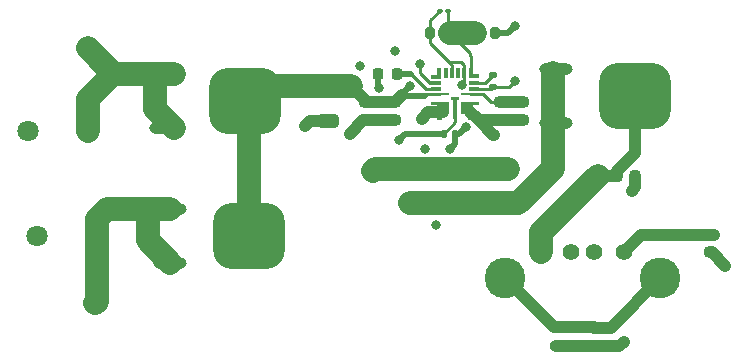
<source format=gtl>
G04 #@! TF.GenerationSoftware,KiCad,Pcbnew,7.0.10*
G04 #@! TF.CreationDate,2024-02-24T17:00:32-05:00*
G04 #@! TF.ProjectId,main_buck_board,6d61696e-5f62-4756-936b-5f626f617264,rev?*
G04 #@! TF.SameCoordinates,Original*
G04 #@! TF.FileFunction,Copper,L1,Top*
G04 #@! TF.FilePolarity,Positive*
%FSLAX46Y46*%
G04 Gerber Fmt 4.6, Leading zero omitted, Abs format (unit mm)*
G04 Created by KiCad (PCBNEW 7.0.10) date 2024-02-24 17:00:32*
%MOMM*%
%LPD*%
G01*
G04 APERTURE LIST*
G04 Aperture macros list*
%AMRoundRect*
0 Rectangle with rounded corners*
0 $1 Rounding radius*
0 $2 $3 $4 $5 $6 $7 $8 $9 X,Y pos of 4 corners*
0 Add a 4 corners polygon primitive as box body*
4,1,4,$2,$3,$4,$5,$6,$7,$8,$9,$2,$3,0*
0 Add four circle primitives for the rounded corners*
1,1,$1+$1,$2,$3*
1,1,$1+$1,$4,$5*
1,1,$1+$1,$6,$7*
1,1,$1+$1,$8,$9*
0 Add four rect primitives between the rounded corners*
20,1,$1+$1,$2,$3,$4,$5,0*
20,1,$1+$1,$4,$5,$6,$7,0*
20,1,$1+$1,$6,$7,$8,$9,0*
20,1,$1+$1,$8,$9,$2,$3,0*%
%AMFreePoly0*
4,1,20,0.758544,0.125006,0.762496,0.125006,0.762496,0.121054,0.763099,0.120451,0.763099,-0.792049,0.744349,-0.810799,0.188099,-0.810799,0.188099,-1.355799,-0.261901,-1.355799,-0.261901,-0.810799,-0.761901,-0.810799,-0.761901,-0.560799,-0.261901,-0.560799,-0.261901,-0.125006,-0.762495,-0.125006,-0.762495,0.125006,-0.761901,0.125006,-0.761901,0.139201,0.744349,0.139201,0.758544,0.125006,
0.758544,0.125006,$1*%
%AMFreePoly1*
4,1,17,0.951036,0.308536,0.952500,0.305000,0.952500,-0.295000,0.951036,-0.298536,0.947500,-0.300000,0.687500,-0.300000,0.683964,-0.298536,0.682500,-0.295000,0.682500,-0.155000,-0.947500,-0.155000,-0.947500,0.155000,0.682500,0.155000,0.682500,0.305000,0.683964,0.308536,0.687500,0.310000,0.947500,0.310000,0.951036,0.308536,0.951036,0.308536,$1*%
%AMFreePoly2*
4,1,20,0.761901,0.125006,0.762496,0.125006,0.762496,-0.125006,0.261901,-0.125006,0.261901,-0.560799,0.761901,-0.560799,0.761901,-0.810799,0.261901,-0.810799,0.261901,-1.355799,-0.188099,-1.355799,-0.188099,-0.810799,-0.744349,-0.810799,-0.763099,-0.792049,-0.763099,0.120451,-0.762495,0.121055,-0.762495,0.125006,-0.758544,0.125006,-0.744349,0.139201,0.761901,0.139201,0.761901,0.125006,
0.761901,0.125006,$1*%
G04 Aperture macros list end*
G04 #@! TA.AperFunction,SMDPad,CuDef*
%ADD10RoundRect,0.250000X-0.650000X0.325000X-0.650000X-0.325000X0.650000X-0.325000X0.650000X0.325000X0*%
G04 #@! TD*
G04 #@! TA.AperFunction,SMDPad,CuDef*
%ADD11RoundRect,0.225000X-0.225000X-0.250000X0.225000X-0.250000X0.225000X0.250000X-0.225000X0.250000X0*%
G04 #@! TD*
G04 #@! TA.AperFunction,SMDPad,CuDef*
%ADD12RoundRect,0.200000X-0.200000X-0.275000X0.200000X-0.275000X0.200000X0.275000X-0.200000X0.275000X0*%
G04 #@! TD*
G04 #@! TA.AperFunction,SMDPad,CuDef*
%ADD13RoundRect,0.480000X-0.935000X0.000000X-0.935000X0.000000X0.935000X0.000000X0.935000X0.000000X0*%
G04 #@! TD*
G04 #@! TA.AperFunction,SMDPad,CuDef*
%ADD14RoundRect,1.689000X-1.361000X1.126000X-1.361000X-1.126000X1.361000X-1.126000X1.361000X1.126000X0*%
G04 #@! TD*
G04 #@! TA.AperFunction,SMDPad,CuDef*
%ADD15RoundRect,0.140000X-0.170000X0.140000X-0.170000X-0.140000X0.170000X-0.140000X0.170000X0.140000X0*%
G04 #@! TD*
G04 #@! TA.AperFunction,SMDPad,CuDef*
%ADD16RoundRect,0.200000X-0.275000X0.200000X-0.275000X-0.200000X0.275000X-0.200000X0.275000X0.200000X0*%
G04 #@! TD*
G04 #@! TA.AperFunction,SMDPad,CuDef*
%ADD17RoundRect,0.225000X-0.250000X0.225000X-0.250000X-0.225000X0.250000X-0.225000X0.250000X0.225000X0*%
G04 #@! TD*
G04 #@! TA.AperFunction,SMDPad,CuDef*
%ADD18RoundRect,0.225000X0.250000X-0.225000X0.250000X0.225000X-0.250000X0.225000X-0.250000X-0.225000X0*%
G04 #@! TD*
G04 #@! TA.AperFunction,SMDPad,CuDef*
%ADD19RoundRect,0.225000X0.225000X0.250000X-0.225000X0.250000X-0.225000X-0.250000X0.225000X-0.250000X0*%
G04 #@! TD*
G04 #@! TA.AperFunction,SMDPad,CuDef*
%ADD20RoundRect,0.100000X-0.130000X-0.100000X0.130000X-0.100000X0.130000X0.100000X-0.130000X0.100000X0*%
G04 #@! TD*
G04 #@! TA.AperFunction,SMDPad,CuDef*
%ADD21C,1.000000*%
G04 #@! TD*
G04 #@! TA.AperFunction,ComponentPad*
%ADD22C,1.803400*%
G04 #@! TD*
G04 #@! TA.AperFunction,SMDPad,CuDef*
%ADD23R,0.875005X0.299999*%
G04 #@! TD*
G04 #@! TA.AperFunction,SMDPad,CuDef*
%ADD24R,1.524991X0.250012*%
G04 #@! TD*
G04 #@! TA.AperFunction,SMDPad,CuDef*
%ADD25FreePoly0,0.000000*%
G04 #@! TD*
G04 #@! TA.AperFunction,SMDPad,CuDef*
%ADD26FreePoly1,90.000000*%
G04 #@! TD*
G04 #@! TA.AperFunction,SMDPad,CuDef*
%ADD27FreePoly2,0.000000*%
G04 #@! TD*
G04 #@! TA.AperFunction,SMDPad,CuDef*
%ADD28R,0.449999X0.872502*%
G04 #@! TD*
G04 #@! TA.AperFunction,SMDPad,CuDef*
%ADD29R,0.949998X0.347500*%
G04 #@! TD*
G04 #@! TA.AperFunction,SMDPad,CuDef*
%ADD30R,0.299999X0.875005*%
G04 #@! TD*
G04 #@! TA.AperFunction,SMDPad,CuDef*
%ADD31R,0.956250X0.354998*%
G04 #@! TD*
G04 #@! TA.AperFunction,SMDPad,CuDef*
%ADD32R,0.461250X0.881250*%
G04 #@! TD*
G04 #@! TA.AperFunction,ComponentPad*
%ADD33C,1.400000*%
G04 #@! TD*
G04 #@! TA.AperFunction,ComponentPad*
%ADD34C,3.450000*%
G04 #@! TD*
G04 #@! TA.AperFunction,SMDPad,CuDef*
%ADD35RoundRect,0.140000X-0.140000X-0.170000X0.140000X-0.170000X0.140000X0.170000X-0.140000X0.170000X0*%
G04 #@! TD*
G04 #@! TA.AperFunction,ViaPad*
%ADD36C,0.800000*%
G04 #@! TD*
G04 #@! TA.AperFunction,Conductor*
%ADD37C,0.500000*%
G04 #@! TD*
G04 #@! TA.AperFunction,Conductor*
%ADD38C,1.000000*%
G04 #@! TD*
G04 #@! TA.AperFunction,Conductor*
%ADD39C,0.250000*%
G04 #@! TD*
G04 #@! TA.AperFunction,Conductor*
%ADD40C,2.000000*%
G04 #@! TD*
G04 APERTURE END LIST*
D10*
X183515000Y-109269000D03*
X183515000Y-112219000D03*
D11*
X196570000Y-109855000D03*
X198120000Y-109855000D03*
D12*
X184595000Y-97790000D03*
X186245000Y-97790000D03*
D13*
X158450000Y-101219000D03*
D14*
X165100000Y-103505000D03*
D13*
X158450000Y-105791000D03*
D15*
X186055000Y-101374000D03*
X186055000Y-102334000D03*
D10*
X187325000Y-109269000D03*
X187325000Y-112219000D03*
D16*
X191460000Y-122675000D03*
X191460000Y-124325000D03*
D17*
X194665000Y-122725000D03*
X194665000Y-124275000D03*
D18*
X204470000Y-116345000D03*
X204470000Y-114795000D03*
D19*
X177940000Y-101219000D03*
X176390000Y-101219000D03*
D13*
X158750000Y-112649000D03*
D14*
X165400000Y-114935000D03*
D13*
X158750000Y-117221000D03*
D20*
X181605000Y-95885000D03*
X182245000Y-95885000D03*
D21*
X191135000Y-107569000D03*
D22*
X152525100Y-114935000D03*
X147525100Y-114935000D03*
D23*
X181267501Y-101988999D03*
X181267501Y-102489000D03*
D24*
X181592501Y-102988999D03*
D25*
X181592501Y-103764001D03*
D24*
X181592501Y-104464001D03*
D26*
X182885000Y-104166500D03*
D24*
X184167499Y-104464001D03*
D27*
X184170000Y-103779000D03*
D24*
X184167499Y-102988999D03*
D23*
X184492499Y-102489000D03*
X184492499Y-101988999D03*
D28*
X184205000Y-101200251D03*
D29*
X184454999Y-101462752D03*
D30*
X183629999Y-101201503D03*
X183129999Y-101201503D03*
X182629999Y-101201503D03*
X182129999Y-101201503D03*
D31*
X181308127Y-101466501D03*
D32*
X181555627Y-101203375D03*
D17*
X175260000Y-103619000D03*
X175260000Y-105169000D03*
D22*
X151765000Y-106045000D03*
X146765000Y-106045000D03*
D10*
X172085000Y-102284000D03*
X172085000Y-105234000D03*
X179070000Y-109269000D03*
X179070000Y-112219000D03*
D13*
X191440000Y-100838000D03*
D14*
X198090000Y-103124000D03*
D13*
X191440000Y-105410000D03*
D12*
X180785000Y-97790000D03*
X182435000Y-97790000D03*
D33*
X190175000Y-116325000D03*
X192675000Y-116325000D03*
X194675000Y-116325000D03*
X197175000Y-116325000D03*
D34*
X187105000Y-118525000D03*
X200245000Y-118525000D03*
D21*
X151765000Y-99060000D03*
X152400000Y-120650000D03*
D35*
X181920000Y-106299000D03*
X182880000Y-106299000D03*
D17*
X188595000Y-103619000D03*
X188595000Y-105169000D03*
X177800000Y-103619000D03*
X177800000Y-105169000D03*
X186690000Y-103619000D03*
X186690000Y-105169000D03*
D36*
X187960000Y-101854000D03*
X177774600Y-99288600D03*
X180047499Y-105029000D03*
X197840000Y-111125000D03*
X186207400Y-106400600D03*
X197175000Y-123945000D03*
X205740000Y-117475000D03*
X170180000Y-105664000D03*
X175895000Y-109474000D03*
X181305200Y-114046000D03*
X173990000Y-106299000D03*
X180314600Y-107594400D03*
X174828200Y-100584000D03*
X187960000Y-97155000D03*
X179882800Y-100380800D03*
X179041101Y-102263899D03*
X176471208Y-102474418D03*
X178130200Y-106832400D03*
X183792498Y-105725002D03*
X183479144Y-102208244D03*
X182448200Y-107619800D03*
X181330600Y-111912400D03*
D37*
X187325000Y-97790000D02*
X187960000Y-97155000D01*
D38*
X172085000Y-105234000D02*
X170610000Y-105234000D01*
D37*
X186245000Y-97790000D02*
X187325000Y-97790000D01*
D39*
X186055000Y-102334000D02*
X187480000Y-102334000D01*
D38*
X175260000Y-105169000D02*
X177800000Y-105169000D01*
X186690000Y-105169000D02*
X184872498Y-105169000D01*
X198120000Y-110845000D02*
X197840000Y-111125000D01*
X181885002Y-104464001D02*
X180904999Y-104464001D01*
D40*
X183515000Y-109269000D02*
X179070000Y-109269000D01*
D38*
X180612498Y-104464001D02*
X180047499Y-105029000D01*
X196795000Y-124325000D02*
X197175000Y-123945000D01*
X204470000Y-116345000D02*
X204610000Y-116345000D01*
X198120000Y-110845000D02*
X198120000Y-109855000D01*
X186207400Y-106400600D02*
X186104098Y-106400600D01*
D40*
X176100000Y-109269000D02*
X175895000Y-109474000D01*
D38*
X175120000Y-105169000D02*
X173990000Y-106299000D01*
X191460000Y-124325000D02*
X196795000Y-124325000D01*
X184872498Y-105169000D02*
X184167499Y-104464001D01*
X186104098Y-106400600D02*
X184872498Y-105169000D01*
D40*
X187325000Y-109269000D02*
X183515000Y-109269000D01*
D38*
X172150000Y-105169000D02*
X172085000Y-105234000D01*
D40*
X183515000Y-109269000D02*
X183720000Y-109269000D01*
D39*
X187480000Y-102334000D02*
X187960000Y-101854000D01*
D38*
X175260000Y-105169000D02*
X175120000Y-105169000D01*
X170610000Y-105234000D02*
X170180000Y-105664000D01*
X204610000Y-116345000D02*
X205740000Y-117475000D01*
D40*
X179070000Y-109269000D02*
X176100000Y-109269000D01*
D39*
X184492499Y-102489000D02*
X185900000Y-102489000D01*
D38*
X188595000Y-105169000D02*
X187960000Y-105169000D01*
X187960000Y-105169000D02*
X186690000Y-105169000D01*
D39*
X185900000Y-102489000D02*
X186055000Y-102334000D01*
D40*
X152525100Y-113539900D02*
X153416000Y-112649000D01*
X152525100Y-114935000D02*
X152525100Y-113539900D01*
X152525100Y-120524900D02*
X152400000Y-120650000D01*
X152525100Y-114935000D02*
X152525100Y-120524900D01*
X156845000Y-112649000D02*
X158750000Y-112649000D01*
X153416000Y-112649000D02*
X156845000Y-112649000D01*
X158750000Y-117221000D02*
X156845000Y-115316000D01*
X156845000Y-115316000D02*
X156845000Y-112649000D01*
D37*
X178350001Y-103068999D02*
X178350001Y-102954999D01*
D40*
X165400000Y-103810000D02*
X165705000Y-103505000D01*
D37*
X178350001Y-102954999D02*
X179041101Y-102263899D01*
D39*
X180475001Y-102988999D02*
X180340000Y-103124000D01*
X181267501Y-101988999D02*
X181222499Y-102034001D01*
D38*
X177800000Y-103619000D02*
X178350001Y-103068999D01*
D39*
X181592501Y-102988999D02*
X180475001Y-102988999D01*
D40*
X172085000Y-102284000D02*
X166926000Y-102284000D01*
D38*
X175260000Y-103489000D02*
X174055000Y-102284000D01*
D40*
X166926000Y-102284000D02*
X165705000Y-103505000D01*
D39*
X181222499Y-102034001D02*
X180769890Y-102034001D01*
X180769890Y-102034001D02*
X179882800Y-101146911D01*
D40*
X172085000Y-102284000D02*
X174055000Y-102284000D01*
D39*
X179882800Y-101146911D02*
X179882800Y-100380800D01*
D37*
X178405002Y-103124000D02*
X180340000Y-103124000D01*
D38*
X175260000Y-103619000D02*
X177800000Y-103619000D01*
D37*
X178350001Y-103068999D02*
X178405002Y-103124000D01*
D40*
X165400000Y-114935000D02*
X165400000Y-103810000D01*
D38*
X175260000Y-103619000D02*
X175260000Y-103489000D01*
D39*
X180440001Y-102489000D02*
X179170001Y-101219000D01*
D37*
X177940000Y-101219000D02*
X179170001Y-101219000D01*
D39*
X181267501Y-102489000D02*
X180440001Y-102489000D01*
D37*
X176390000Y-101219000D02*
X176390000Y-102393210D01*
D39*
X181920000Y-106299000D02*
X182885000Y-105334000D01*
D37*
X178130200Y-106832400D02*
X178663600Y-106299000D01*
D39*
X176390000Y-102393210D02*
X176471208Y-102474418D01*
X182885000Y-105334000D02*
X182885000Y-104166500D01*
D37*
X178663600Y-106299000D02*
X181920000Y-106299000D01*
D39*
X184492499Y-101988999D02*
X185440001Y-101988999D01*
X185440001Y-101988999D02*
X186055000Y-101374000D01*
D38*
X188595000Y-103619000D02*
X186690000Y-103619000D01*
D39*
X185915000Y-103619000D02*
X186690000Y-103619000D01*
X185284999Y-102988999D02*
X185915000Y-103619000D01*
X184167499Y-102988999D02*
X185284999Y-102988999D01*
D40*
X188225000Y-112219000D02*
X191135000Y-109309000D01*
D39*
X180785000Y-96705000D02*
X181605000Y-95885000D01*
D37*
X182880000Y-106299000D02*
X182880000Y-106214046D01*
D39*
X183629999Y-101201503D02*
X183629999Y-100504002D01*
X182350499Y-100224501D02*
X180785000Y-98659003D01*
D37*
X182880000Y-107188000D02*
X182880000Y-106299000D01*
D39*
X182629999Y-100504002D02*
X182350499Y-100224501D01*
D40*
X187325000Y-112219000D02*
X188225000Y-112219000D01*
X179070000Y-112219000D02*
X187325000Y-112219000D01*
D37*
X183218500Y-106299000D02*
X183792498Y-105725002D01*
X182448200Y-107619800D02*
X182880000Y-107188000D01*
X182880000Y-106299000D02*
X183218500Y-106299000D01*
D39*
X180785000Y-98659003D02*
X180785000Y-97790000D01*
X183629999Y-100504002D02*
X183350498Y-100224501D01*
D40*
X191135000Y-109309000D02*
X191135000Y-107569000D01*
X191135000Y-107569000D02*
X191135000Y-101143000D01*
D39*
X180785000Y-97790000D02*
X180785000Y-96705000D01*
X183629999Y-102057389D02*
X183629999Y-101201503D01*
X182629999Y-101201503D02*
X182629999Y-100504002D01*
X183479144Y-102208244D02*
X183629999Y-102057389D01*
X183350498Y-100224501D02*
X182350499Y-100224501D01*
X182245000Y-97600000D02*
X182435000Y-97790000D01*
D40*
X182435000Y-97790000D02*
X184595000Y-97790000D01*
D39*
X182435000Y-97790000D02*
X184150000Y-99505000D01*
X184150000Y-99505000D02*
X184150000Y-99695000D01*
X184205000Y-99750000D02*
X184205000Y-101200251D01*
X182245000Y-95885000D02*
X182245000Y-97600000D01*
X184150000Y-99695000D02*
X184205000Y-99750000D01*
X184205000Y-98180000D02*
X184595000Y-97790000D01*
D38*
X194945000Y-109855000D02*
X196440000Y-109855000D01*
X196570000Y-109500000D02*
X198090000Y-107980000D01*
D40*
X190175000Y-116325000D02*
X190175000Y-114625000D01*
D38*
X198090000Y-107980000D02*
X198090000Y-103124000D01*
D40*
X190175000Y-114625000D02*
X194945000Y-109855000D01*
D38*
X196570000Y-109855000D02*
X196570000Y-109500000D01*
X198585000Y-114915000D02*
X197175000Y-116325000D01*
X204795000Y-114915000D02*
X198585000Y-114915000D01*
X191460000Y-122675000D02*
X194615000Y-122675000D01*
X194665000Y-122725000D02*
X196045000Y-122725000D01*
X191460000Y-122675000D02*
X191255000Y-122675000D01*
X194615000Y-122675000D02*
X194665000Y-122725000D01*
X191255000Y-122675000D02*
X187105000Y-118525000D01*
X196045000Y-122725000D02*
X200245000Y-118525000D01*
D40*
X151765000Y-106045000D02*
X151765000Y-103378000D01*
X151765000Y-103378000D02*
X153924000Y-101219000D01*
X157480000Y-104216000D02*
X157480000Y-101219000D01*
X159055000Y-105791000D02*
X157480000Y-104216000D01*
X152525100Y-99820100D02*
X151765000Y-99060000D01*
X152525100Y-99820100D02*
X153924000Y-101219000D01*
X157480000Y-101219000D02*
X159055000Y-101219000D01*
X153924000Y-101219000D02*
X157480000Y-101219000D01*
M02*

</source>
